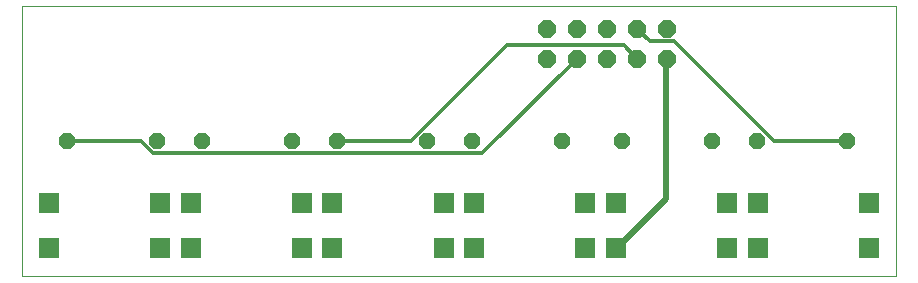
<source format=gbl>
G75*
%MOIN*%
%OFA0B0*%
%FSLAX25Y25*%
%IPPOS*%
%LPD*%
%AMOC8*
5,1,8,0,0,1.08239X$1,22.5*
%
%ADD10C,0.00000*%
%ADD11R,0.07087X0.07087*%
%ADD12OC8,0.06000*%
%ADD13OC8,0.05200*%
%ADD14C,0.02000*%
%ADD15C,0.01200*%
D10*
X0001000Y0001250D02*
X0001000Y0091211D01*
X0292339Y0091211D01*
X0292339Y0001250D01*
X0001000Y0001250D01*
D11*
X0010055Y0010699D03*
X0047063Y0010699D03*
X0057299Y0010699D03*
X0094307Y0010699D03*
X0104543Y0010699D03*
X0141551Y0010699D03*
X0151787Y0010699D03*
X0188795Y0010699D03*
X0199031Y0010699D03*
X0236039Y0010699D03*
X0246276Y0010699D03*
X0283283Y0010699D03*
X0283283Y0025659D03*
X0246276Y0025659D03*
X0236039Y0025659D03*
X0199031Y0025659D03*
X0188795Y0025659D03*
X0151787Y0025659D03*
X0141551Y0025659D03*
X0104543Y0025659D03*
X0094307Y0025659D03*
X0057299Y0025659D03*
X0047063Y0025659D03*
X0010055Y0025659D03*
D12*
X0176000Y0073750D03*
X0186000Y0073750D03*
X0196000Y0073750D03*
X0206000Y0073750D03*
X0216000Y0073750D03*
X0216000Y0083750D03*
X0206000Y0083750D03*
X0196000Y0083750D03*
X0186000Y0083750D03*
X0176000Y0083750D03*
D13*
X0181000Y0046250D03*
X0201000Y0046250D03*
X0231000Y0046250D03*
X0246000Y0046250D03*
X0276000Y0046250D03*
X0151000Y0046250D03*
X0136000Y0046250D03*
X0106000Y0046250D03*
X0091000Y0046250D03*
X0061000Y0046250D03*
X0046000Y0046250D03*
X0016000Y0046250D03*
D14*
X0199031Y0010699D02*
X0199450Y0010700D01*
X0215650Y0026900D01*
X0215650Y0073700D01*
X0216000Y0073750D01*
D15*
X0206000Y0073750D02*
X0205750Y0074150D01*
X0201700Y0078200D01*
X0162550Y0078200D01*
X0130600Y0046250D01*
X0106000Y0046250D01*
X0154450Y0042200D02*
X0186000Y0073750D01*
X0206200Y0083600D02*
X0210250Y0079550D01*
X0218350Y0079550D01*
X0251650Y0046250D01*
X0276000Y0046250D01*
X0206200Y0083600D02*
X0206000Y0083750D01*
X0154450Y0042200D02*
X0044650Y0042200D01*
X0040600Y0046250D01*
X0016000Y0046250D01*
M02*

</source>
